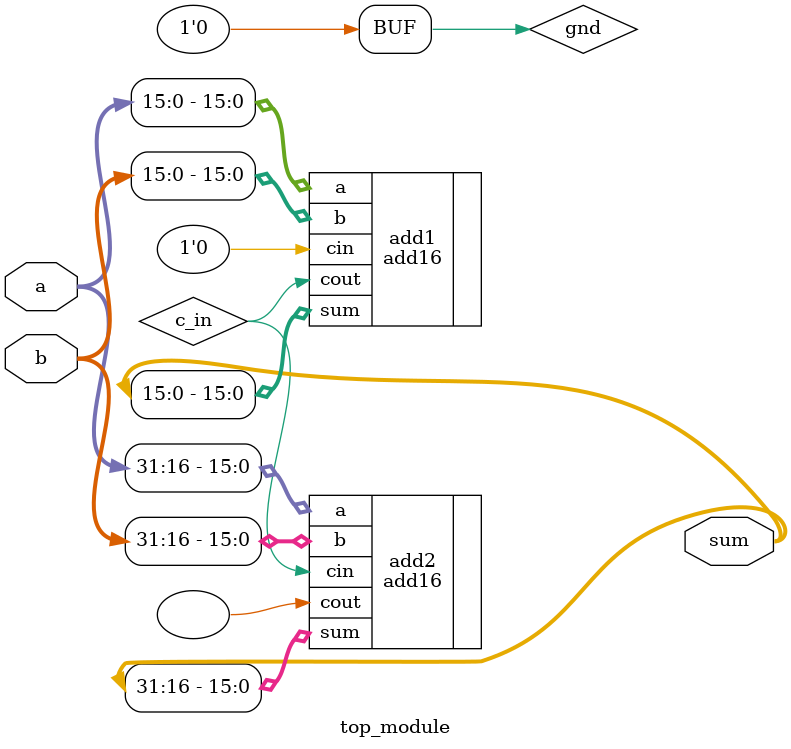
<source format=v>
module top_module(
    input [31:0] a,
    input [31:0] b,
    output [31:0] sum
);

    wire c_in,gnd;
    assign gnd=1'b0;
    add16 add1(.a(a[15:0]),.b(b[15:0]),.cin(gnd),.sum(sum[15:0]),.cout(c_in));
    add16 add2(.a(a[31:16]),.b(b[31:16]),.cin(c_in),.sum(sum[31:16]),.cout());
endmodule

</source>
